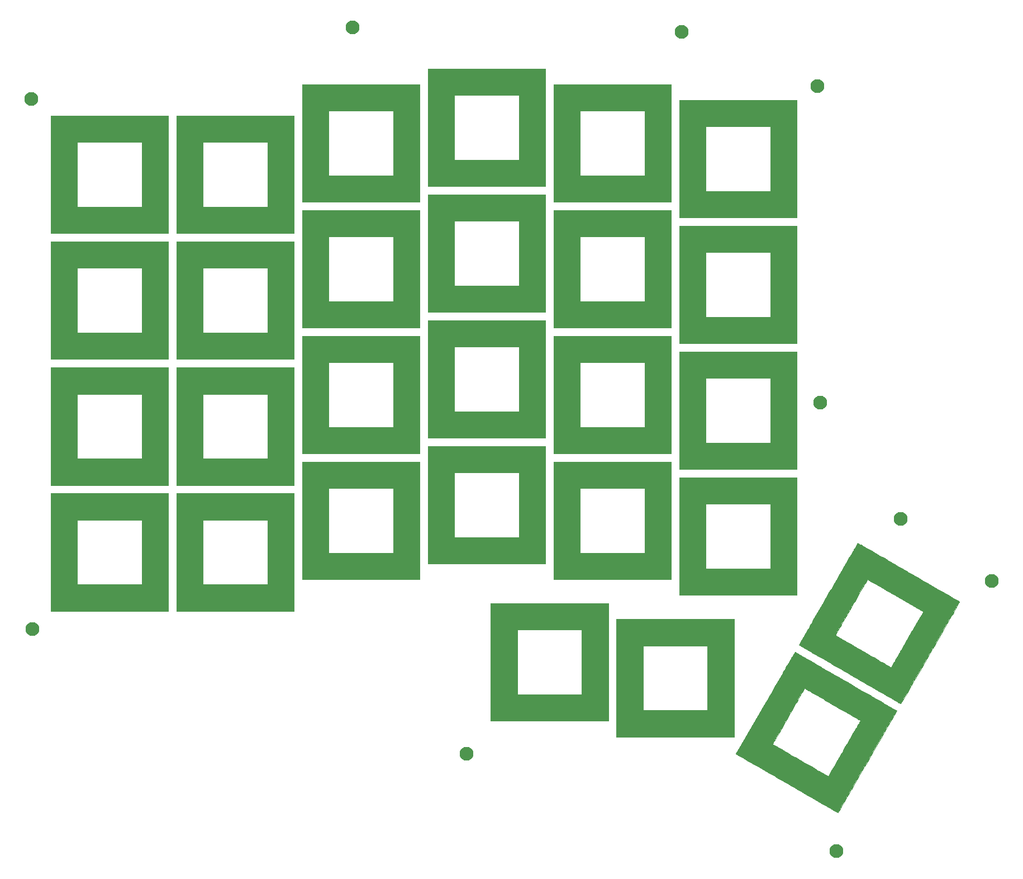
<source format=gtl>
G04 #@! TF.GenerationSoftware,KiCad,Pcbnew,(5.1.10)-1*
G04 #@! TF.CreationDate,2021-05-12T20:45:37+09:00*
G04 #@! TF.ProjectId,iris-switch-plate-choc-svg2shenzhen,69726973-2d73-4776-9974-63682d706c61,rev?*
G04 #@! TF.SameCoordinates,Original*
G04 #@! TF.FileFunction,Copper,L1,Top*
G04 #@! TF.FilePolarity,Positive*
%FSLAX46Y46*%
G04 Gerber Fmt 4.6, Leading zero omitted, Abs format (unit mm)*
G04 Created by KiCad (PCBNEW (5.1.10)-1) date 2021-05-12 20:45:37*
%MOMM*%
%LPD*%
G01*
G04 APERTURE LIST*
G04 #@! TA.AperFunction,EtchedComponent*
%ADD10C,0.010000*%
G04 #@! TD*
G04 #@! TA.AperFunction,ComponentPad*
%ADD11C,2.099730*%
G04 #@! TD*
G04 APERTURE END LIST*
D10*
G36*
X179450216Y-124453640D02*
G01*
X179504860Y-124484405D01*
X179593231Y-124534662D01*
X179713865Y-124603567D01*
X179865301Y-124690277D01*
X180046074Y-124793947D01*
X180254721Y-124913733D01*
X180489780Y-125048790D01*
X180749787Y-125198274D01*
X181033278Y-125361342D01*
X181338791Y-125537148D01*
X181664863Y-125724849D01*
X182010029Y-125923600D01*
X182372829Y-126132557D01*
X182751797Y-126350877D01*
X183145471Y-126577713D01*
X183552387Y-126812224D01*
X183971083Y-127053563D01*
X184400096Y-127300887D01*
X184837961Y-127553352D01*
X185283217Y-127810114D01*
X185734399Y-128070328D01*
X186190045Y-128333149D01*
X186648692Y-128597735D01*
X187108875Y-128863240D01*
X187569133Y-129128820D01*
X188028002Y-129393631D01*
X188484019Y-129656829D01*
X188935721Y-129917570D01*
X189381643Y-130175009D01*
X189820325Y-130428302D01*
X190250301Y-130676605D01*
X190670109Y-130919073D01*
X191078286Y-131154863D01*
X191473369Y-131383130D01*
X191853894Y-131603030D01*
X192218399Y-131813718D01*
X192565420Y-132014351D01*
X192893493Y-132204084D01*
X193201157Y-132382074D01*
X193486947Y-132547474D01*
X193749400Y-132699443D01*
X193987054Y-132837134D01*
X194198445Y-132959705D01*
X194382110Y-133066310D01*
X194536586Y-133156106D01*
X194660409Y-133228248D01*
X194752117Y-133281892D01*
X194810246Y-133316194D01*
X194833333Y-133330310D01*
X194833634Y-133330554D01*
X194824139Y-133349590D01*
X194794300Y-133403816D01*
X194744960Y-133491772D01*
X194676960Y-133611997D01*
X194591142Y-133763031D01*
X194488348Y-133943413D01*
X194369420Y-134151681D01*
X194235201Y-134386377D01*
X194086530Y-134646039D01*
X193924252Y-134929206D01*
X193749207Y-135234417D01*
X193562237Y-135560213D01*
X193364185Y-135905133D01*
X193155892Y-136267716D01*
X192938199Y-136646501D01*
X192711950Y-137040028D01*
X192477986Y-137446836D01*
X192237148Y-137865464D01*
X191990279Y-138294452D01*
X191738221Y-138732340D01*
X191481815Y-139177667D01*
X191221903Y-139628971D01*
X190959327Y-140084793D01*
X190694929Y-140543672D01*
X190429551Y-141004147D01*
X190164035Y-141464758D01*
X189899223Y-141924043D01*
X189635956Y-142380544D01*
X189375077Y-142832798D01*
X189117427Y-143279345D01*
X188863848Y-143718724D01*
X188615183Y-144149476D01*
X188372272Y-144570139D01*
X188135958Y-144979253D01*
X187907083Y-145375357D01*
X187686489Y-145756990D01*
X187475017Y-146122692D01*
X187273510Y-146471003D01*
X187082809Y-146800461D01*
X186903756Y-147109607D01*
X186737193Y-147396978D01*
X186583963Y-147661116D01*
X186444906Y-147900559D01*
X186320864Y-148113846D01*
X186212681Y-148299517D01*
X186121197Y-148456112D01*
X186047254Y-148582170D01*
X185991695Y-148676229D01*
X185955361Y-148736831D01*
X185939094Y-148762513D01*
X185938303Y-148763333D01*
X185919321Y-148752862D01*
X185864890Y-148721913D01*
X185776216Y-148671182D01*
X185654509Y-148601366D01*
X185500976Y-148513161D01*
X185316823Y-148407262D01*
X185103261Y-148284368D01*
X184861495Y-148145173D01*
X184592734Y-147990373D01*
X184298186Y-147820667D01*
X183979058Y-147636748D01*
X183636559Y-147439314D01*
X183271895Y-147229062D01*
X182886275Y-147006686D01*
X182480907Y-146772885D01*
X182056998Y-146528353D01*
X181615756Y-146273787D01*
X181158389Y-146009883D01*
X180686105Y-145737339D01*
X180200111Y-145456849D01*
X179701615Y-145169110D01*
X179191825Y-144874819D01*
X178671949Y-144574671D01*
X178327652Y-144375875D01*
X177800836Y-144071682D01*
X177282888Y-143772611D01*
X176775037Y-143479370D01*
X176278512Y-143192671D01*
X175794541Y-142913221D01*
X175324354Y-142641730D01*
X174869179Y-142378909D01*
X174430245Y-142125466D01*
X174008780Y-141882111D01*
X173606014Y-141649554D01*
X173223175Y-141428503D01*
X172861492Y-141219669D01*
X172522194Y-141023761D01*
X172206509Y-140841488D01*
X171915667Y-140673560D01*
X171650895Y-140520687D01*
X171413424Y-140383577D01*
X171204481Y-140262941D01*
X171025295Y-140159487D01*
X170877096Y-140073926D01*
X170761112Y-140006966D01*
X170678571Y-139959318D01*
X170630703Y-139931691D01*
X170618992Y-139924937D01*
X170508733Y-139861456D01*
X171355388Y-138394567D01*
X176026683Y-138394567D01*
X176026695Y-138394588D01*
X176046414Y-138406601D01*
X176100877Y-138438649D01*
X176188156Y-138489616D01*
X176306326Y-138558386D01*
X176453458Y-138643844D01*
X176627626Y-138744874D01*
X176826904Y-138860359D01*
X177049363Y-138989184D01*
X177293078Y-139130233D01*
X177556121Y-139282390D01*
X177836565Y-139444539D01*
X178132483Y-139615564D01*
X178441949Y-139794349D01*
X178763036Y-139979778D01*
X179058334Y-140150256D01*
X179411023Y-140353840D01*
X179767651Y-140559713D01*
X180125149Y-140766102D01*
X180480448Y-140971234D01*
X180830479Y-141173338D01*
X181172174Y-141370641D01*
X181502464Y-141561372D01*
X181818280Y-141743758D01*
X182116554Y-141916027D01*
X182394217Y-142076407D01*
X182648201Y-142223126D01*
X182875436Y-142354412D01*
X183072855Y-142468493D01*
X183237388Y-142563596D01*
X183270500Y-142582740D01*
X184466417Y-143274206D01*
X184501464Y-143219478D01*
X184515188Y-143196256D01*
X184549111Y-143138024D01*
X184602275Y-143046438D01*
X184673721Y-142923155D01*
X184762493Y-142769831D01*
X184867632Y-142588125D01*
X184988180Y-142379692D01*
X185123181Y-142146190D01*
X185271677Y-141889275D01*
X185432709Y-141610606D01*
X185605321Y-141311838D01*
X185788554Y-140994628D01*
X185981451Y-140660635D01*
X186183055Y-140311513D01*
X186392406Y-139948922D01*
X186608549Y-139574517D01*
X186830525Y-139189955D01*
X186940922Y-138998679D01*
X187164985Y-138610385D01*
X187383401Y-138231745D01*
X187595232Y-137864394D01*
X187799535Y-137509970D01*
X187995371Y-137170106D01*
X188181799Y-136846438D01*
X188357879Y-136540603D01*
X188522670Y-136254235D01*
X188675232Y-135988971D01*
X188814623Y-135746446D01*
X188939904Y-135528295D01*
X189050134Y-135336153D01*
X189144372Y-135171658D01*
X189221679Y-135036443D01*
X189281113Y-134932146D01*
X189321733Y-134860400D01*
X189342600Y-134822843D01*
X189345334Y-134817379D01*
X189327333Y-134805706D01*
X189274645Y-134774049D01*
X189189240Y-134723549D01*
X189073090Y-134655344D01*
X188928164Y-134570575D01*
X188756434Y-134470379D01*
X188559871Y-134355898D01*
X188340445Y-134228269D01*
X188100127Y-134088632D01*
X187840888Y-133938127D01*
X187564699Y-133777893D01*
X187273530Y-133609070D01*
X186969352Y-133432796D01*
X186654137Y-133250210D01*
X186329854Y-133062453D01*
X185998475Y-132870664D01*
X185661971Y-132675982D01*
X185322311Y-132479545D01*
X184981468Y-132282495D01*
X184641411Y-132085969D01*
X184304112Y-131891108D01*
X183971542Y-131699050D01*
X183645670Y-131510935D01*
X183328469Y-131327902D01*
X183021908Y-131151090D01*
X182727959Y-130981640D01*
X182448592Y-130820690D01*
X182185778Y-130669379D01*
X181941488Y-130528847D01*
X181717693Y-130400233D01*
X181516363Y-130284677D01*
X181339469Y-130183318D01*
X181188983Y-130097295D01*
X181066874Y-130027747D01*
X180975114Y-129975814D01*
X180915674Y-129942636D01*
X180890523Y-129929351D01*
X180889788Y-129929161D01*
X180875023Y-129952585D01*
X180840541Y-130010455D01*
X180787478Y-130100797D01*
X180716968Y-130221637D01*
X180630146Y-130370999D01*
X180528145Y-130546910D01*
X180412100Y-130747395D01*
X180283145Y-130970479D01*
X180142415Y-131214187D01*
X179991044Y-131476545D01*
X179830167Y-131755578D01*
X179660917Y-132049312D01*
X179484430Y-132355771D01*
X179301839Y-132672982D01*
X179114278Y-132998970D01*
X178922883Y-133331760D01*
X178728788Y-133669377D01*
X178533126Y-134009847D01*
X178337033Y-134351195D01*
X178141642Y-134691447D01*
X177948088Y-135028628D01*
X177757506Y-135360763D01*
X177571029Y-135685878D01*
X177389792Y-136001998D01*
X177214929Y-136307148D01*
X177047576Y-136599355D01*
X176888865Y-136876642D01*
X176739931Y-137137036D01*
X176601910Y-137378562D01*
X176475934Y-137599246D01*
X176363139Y-137797112D01*
X176264659Y-137970186D01*
X176181628Y-138116494D01*
X176115181Y-138234060D01*
X176066451Y-138320911D01*
X176036574Y-138375071D01*
X176026683Y-138394567D01*
X171355388Y-138394567D01*
X174958158Y-132152525D01*
X175263920Y-131622866D01*
X175564393Y-131102553D01*
X175858883Y-130592783D01*
X176146695Y-130094753D01*
X176427134Y-129609662D01*
X176699506Y-129138706D01*
X176963116Y-128683083D01*
X177217269Y-128243991D01*
X177461270Y-127822627D01*
X177694426Y-127420188D01*
X177916040Y-127037872D01*
X178125419Y-126676876D01*
X178321868Y-126338398D01*
X178504691Y-126023636D01*
X178673195Y-125733786D01*
X178826685Y-125470046D01*
X178964465Y-125233613D01*
X179085841Y-125025686D01*
X179190119Y-124847461D01*
X179276603Y-124700136D01*
X179344600Y-124584909D01*
X179393413Y-124502976D01*
X179422350Y-124455536D01*
X179430762Y-124443213D01*
X179450216Y-124453640D01*
G37*
X179450216Y-124453640D02*
X179504860Y-124484405D01*
X179593231Y-124534662D01*
X179713865Y-124603567D01*
X179865301Y-124690277D01*
X180046074Y-124793947D01*
X180254721Y-124913733D01*
X180489780Y-125048790D01*
X180749787Y-125198274D01*
X181033278Y-125361342D01*
X181338791Y-125537148D01*
X181664863Y-125724849D01*
X182010029Y-125923600D01*
X182372829Y-126132557D01*
X182751797Y-126350877D01*
X183145471Y-126577713D01*
X183552387Y-126812224D01*
X183971083Y-127053563D01*
X184400096Y-127300887D01*
X184837961Y-127553352D01*
X185283217Y-127810114D01*
X185734399Y-128070328D01*
X186190045Y-128333149D01*
X186648692Y-128597735D01*
X187108875Y-128863240D01*
X187569133Y-129128820D01*
X188028002Y-129393631D01*
X188484019Y-129656829D01*
X188935721Y-129917570D01*
X189381643Y-130175009D01*
X189820325Y-130428302D01*
X190250301Y-130676605D01*
X190670109Y-130919073D01*
X191078286Y-131154863D01*
X191473369Y-131383130D01*
X191853894Y-131603030D01*
X192218399Y-131813718D01*
X192565420Y-132014351D01*
X192893493Y-132204084D01*
X193201157Y-132382074D01*
X193486947Y-132547474D01*
X193749400Y-132699443D01*
X193987054Y-132837134D01*
X194198445Y-132959705D01*
X194382110Y-133066310D01*
X194536586Y-133156106D01*
X194660409Y-133228248D01*
X194752117Y-133281892D01*
X194810246Y-133316194D01*
X194833333Y-133330310D01*
X194833634Y-133330554D01*
X194824139Y-133349590D01*
X194794300Y-133403816D01*
X194744960Y-133491772D01*
X194676960Y-133611997D01*
X194591142Y-133763031D01*
X194488348Y-133943413D01*
X194369420Y-134151681D01*
X194235201Y-134386377D01*
X194086530Y-134646039D01*
X193924252Y-134929206D01*
X193749207Y-135234417D01*
X193562237Y-135560213D01*
X193364185Y-135905133D01*
X193155892Y-136267716D01*
X192938199Y-136646501D01*
X192711950Y-137040028D01*
X192477986Y-137446836D01*
X192237148Y-137865464D01*
X191990279Y-138294452D01*
X191738221Y-138732340D01*
X191481815Y-139177667D01*
X191221903Y-139628971D01*
X190959327Y-140084793D01*
X190694929Y-140543672D01*
X190429551Y-141004147D01*
X190164035Y-141464758D01*
X189899223Y-141924043D01*
X189635956Y-142380544D01*
X189375077Y-142832798D01*
X189117427Y-143279345D01*
X188863848Y-143718724D01*
X188615183Y-144149476D01*
X188372272Y-144570139D01*
X188135958Y-144979253D01*
X187907083Y-145375357D01*
X187686489Y-145756990D01*
X187475017Y-146122692D01*
X187273510Y-146471003D01*
X187082809Y-146800461D01*
X186903756Y-147109607D01*
X186737193Y-147396978D01*
X186583963Y-147661116D01*
X186444906Y-147900559D01*
X186320864Y-148113846D01*
X186212681Y-148299517D01*
X186121197Y-148456112D01*
X186047254Y-148582170D01*
X185991695Y-148676229D01*
X185955361Y-148736831D01*
X185939094Y-148762513D01*
X185938303Y-148763333D01*
X185919321Y-148752862D01*
X185864890Y-148721913D01*
X185776216Y-148671182D01*
X185654509Y-148601366D01*
X185500976Y-148513161D01*
X185316823Y-148407262D01*
X185103261Y-148284368D01*
X184861495Y-148145173D01*
X184592734Y-147990373D01*
X184298186Y-147820667D01*
X183979058Y-147636748D01*
X183636559Y-147439314D01*
X183271895Y-147229062D01*
X182886275Y-147006686D01*
X182480907Y-146772885D01*
X182056998Y-146528353D01*
X181615756Y-146273787D01*
X181158389Y-146009883D01*
X180686105Y-145737339D01*
X180200111Y-145456849D01*
X179701615Y-145169110D01*
X179191825Y-144874819D01*
X178671949Y-144574671D01*
X178327652Y-144375875D01*
X177800836Y-144071682D01*
X177282888Y-143772611D01*
X176775037Y-143479370D01*
X176278512Y-143192671D01*
X175794541Y-142913221D01*
X175324354Y-142641730D01*
X174869179Y-142378909D01*
X174430245Y-142125466D01*
X174008780Y-141882111D01*
X173606014Y-141649554D01*
X173223175Y-141428503D01*
X172861492Y-141219669D01*
X172522194Y-141023761D01*
X172206509Y-140841488D01*
X171915667Y-140673560D01*
X171650895Y-140520687D01*
X171413424Y-140383577D01*
X171204481Y-140262941D01*
X171025295Y-140159487D01*
X170877096Y-140073926D01*
X170761112Y-140006966D01*
X170678571Y-139959318D01*
X170630703Y-139931691D01*
X170618992Y-139924937D01*
X170508733Y-139861456D01*
X171355388Y-138394567D01*
X176026683Y-138394567D01*
X176026695Y-138394588D01*
X176046414Y-138406601D01*
X176100877Y-138438649D01*
X176188156Y-138489616D01*
X176306326Y-138558386D01*
X176453458Y-138643844D01*
X176627626Y-138744874D01*
X176826904Y-138860359D01*
X177049363Y-138989184D01*
X177293078Y-139130233D01*
X177556121Y-139282390D01*
X177836565Y-139444539D01*
X178132483Y-139615564D01*
X178441949Y-139794349D01*
X178763036Y-139979778D01*
X179058334Y-140150256D01*
X179411023Y-140353840D01*
X179767651Y-140559713D01*
X180125149Y-140766102D01*
X180480448Y-140971234D01*
X180830479Y-141173338D01*
X181172174Y-141370641D01*
X181502464Y-141561372D01*
X181818280Y-141743758D01*
X182116554Y-141916027D01*
X182394217Y-142076407D01*
X182648201Y-142223126D01*
X182875436Y-142354412D01*
X183072855Y-142468493D01*
X183237388Y-142563596D01*
X183270500Y-142582740D01*
X184466417Y-143274206D01*
X184501464Y-143219478D01*
X184515188Y-143196256D01*
X184549111Y-143138024D01*
X184602275Y-143046438D01*
X184673721Y-142923155D01*
X184762493Y-142769831D01*
X184867632Y-142588125D01*
X184988180Y-142379692D01*
X185123181Y-142146190D01*
X185271677Y-141889275D01*
X185432709Y-141610606D01*
X185605321Y-141311838D01*
X185788554Y-140994628D01*
X185981451Y-140660635D01*
X186183055Y-140311513D01*
X186392406Y-139948922D01*
X186608549Y-139574517D01*
X186830525Y-139189955D01*
X186940922Y-138998679D01*
X187164985Y-138610385D01*
X187383401Y-138231745D01*
X187595232Y-137864394D01*
X187799535Y-137509970D01*
X187995371Y-137170106D01*
X188181799Y-136846438D01*
X188357879Y-136540603D01*
X188522670Y-136254235D01*
X188675232Y-135988971D01*
X188814623Y-135746446D01*
X188939904Y-135528295D01*
X189050134Y-135336153D01*
X189144372Y-135171658D01*
X189221679Y-135036443D01*
X189281113Y-134932146D01*
X189321733Y-134860400D01*
X189342600Y-134822843D01*
X189345334Y-134817379D01*
X189327333Y-134805706D01*
X189274645Y-134774049D01*
X189189240Y-134723549D01*
X189073090Y-134655344D01*
X188928164Y-134570575D01*
X188756434Y-134470379D01*
X188559871Y-134355898D01*
X188340445Y-134228269D01*
X188100127Y-134088632D01*
X187840888Y-133938127D01*
X187564699Y-133777893D01*
X187273530Y-133609070D01*
X186969352Y-133432796D01*
X186654137Y-133250210D01*
X186329854Y-133062453D01*
X185998475Y-132870664D01*
X185661971Y-132675982D01*
X185322311Y-132479545D01*
X184981468Y-132282495D01*
X184641411Y-132085969D01*
X184304112Y-131891108D01*
X183971542Y-131699050D01*
X183645670Y-131510935D01*
X183328469Y-131327902D01*
X183021908Y-131151090D01*
X182727959Y-130981640D01*
X182448592Y-130820690D01*
X182185778Y-130669379D01*
X181941488Y-130528847D01*
X181717693Y-130400233D01*
X181516363Y-130284677D01*
X181339469Y-130183318D01*
X181188983Y-130097295D01*
X181066874Y-130027747D01*
X180975114Y-129975814D01*
X180915674Y-129942636D01*
X180890523Y-129929351D01*
X180889788Y-129929161D01*
X180875023Y-129952585D01*
X180840541Y-130010455D01*
X180787478Y-130100797D01*
X180716968Y-130221637D01*
X180630146Y-130370999D01*
X180528145Y-130546910D01*
X180412100Y-130747395D01*
X180283145Y-130970479D01*
X180142415Y-131214187D01*
X179991044Y-131476545D01*
X179830167Y-131755578D01*
X179660917Y-132049312D01*
X179484430Y-132355771D01*
X179301839Y-132672982D01*
X179114278Y-132998970D01*
X178922883Y-133331760D01*
X178728788Y-133669377D01*
X178533126Y-134009847D01*
X178337033Y-134351195D01*
X178141642Y-134691447D01*
X177948088Y-135028628D01*
X177757506Y-135360763D01*
X177571029Y-135685878D01*
X177389792Y-136001998D01*
X177214929Y-136307148D01*
X177047576Y-136599355D01*
X176888865Y-136876642D01*
X176739931Y-137137036D01*
X176601910Y-137378562D01*
X176475934Y-137599246D01*
X176363139Y-137797112D01*
X176264659Y-137970186D01*
X176181628Y-138116494D01*
X176115181Y-138234060D01*
X176066451Y-138320911D01*
X176036574Y-138375071D01*
X176026683Y-138394567D01*
X171355388Y-138394567D01*
X174958158Y-132152525D01*
X175263920Y-131622866D01*
X175564393Y-131102553D01*
X175858883Y-130592783D01*
X176146695Y-130094753D01*
X176427134Y-129609662D01*
X176699506Y-129138706D01*
X176963116Y-128683083D01*
X177217269Y-128243991D01*
X177461270Y-127822627D01*
X177694426Y-127420188D01*
X177916040Y-127037872D01*
X178125419Y-126676876D01*
X178321868Y-126338398D01*
X178504691Y-126023636D01*
X178673195Y-125733786D01*
X178826685Y-125470046D01*
X178964465Y-125233613D01*
X179085841Y-125025686D01*
X179190119Y-124847461D01*
X179276603Y-124700136D01*
X179344600Y-124584909D01*
X179393413Y-124502976D01*
X179422350Y-124455536D01*
X179430762Y-124443213D01*
X179450216Y-124453640D01*
G36*
X170189500Y-137291000D02*
G01*
X152367167Y-137291000D01*
X152367167Y-123490333D01*
X156388834Y-123490333D01*
X156388834Y-133269333D01*
X166167834Y-133269333D01*
X166167834Y-123490333D01*
X156388834Y-123490333D01*
X152367167Y-123490333D01*
X152367167Y-119468666D01*
X170189500Y-119468666D01*
X170189500Y-137291000D01*
G37*
X170189500Y-137291000D02*
X152367167Y-137291000D01*
X152367167Y-123490333D01*
X156388834Y-123490333D01*
X156388834Y-133269333D01*
X166167834Y-133269333D01*
X166167834Y-123490333D01*
X156388834Y-123490333D01*
X152367167Y-123490333D01*
X152367167Y-119468666D01*
X170189500Y-119468666D01*
X170189500Y-137291000D01*
G36*
X151139500Y-134899166D02*
G01*
X133317167Y-134899166D01*
X133317167Y-121098500D01*
X137338834Y-121098500D01*
X137338834Y-130877500D01*
X147117834Y-130877500D01*
X147117834Y-121098500D01*
X137338834Y-121098500D01*
X133317167Y-121098500D01*
X133317167Y-117076833D01*
X151139500Y-117076833D01*
X151139500Y-134899166D01*
G37*
X151139500Y-134899166D02*
X133317167Y-134899166D01*
X133317167Y-121098500D01*
X137338834Y-121098500D01*
X137338834Y-130877500D01*
X147117834Y-130877500D01*
X147117834Y-121098500D01*
X137338834Y-121098500D01*
X133317167Y-121098500D01*
X133317167Y-117076833D01*
X151139500Y-117076833D01*
X151139500Y-134899166D01*
G36*
X188940690Y-107960085D02*
G01*
X188962870Y-107969567D01*
X188999478Y-107987569D01*
X189051396Y-108014592D01*
X189119501Y-108051140D01*
X189204674Y-108097716D01*
X189307793Y-108154823D01*
X189429738Y-108222964D01*
X189571388Y-108302641D01*
X189733623Y-108394359D01*
X189917322Y-108498620D01*
X190123363Y-108615926D01*
X190352628Y-108746782D01*
X190605994Y-108891689D01*
X190884341Y-109051152D01*
X191188548Y-109225673D01*
X191519495Y-109415754D01*
X191878061Y-109621900D01*
X192265125Y-109844613D01*
X192681567Y-110084396D01*
X193128266Y-110341752D01*
X193606101Y-110617185D01*
X194115952Y-110911196D01*
X194658697Y-111224290D01*
X195235217Y-111556969D01*
X195846390Y-111909736D01*
X196493095Y-112283094D01*
X196659846Y-112379375D01*
X197189292Y-112685086D01*
X197709427Y-112985435D01*
X198219053Y-113279730D01*
X198716972Y-113567276D01*
X199201985Y-113847383D01*
X199672891Y-114119356D01*
X200128494Y-114382504D01*
X200567594Y-114636133D01*
X200988991Y-114879552D01*
X201391488Y-115112067D01*
X201773886Y-115332986D01*
X202134985Y-115541615D01*
X202473586Y-115737263D01*
X202788492Y-115919237D01*
X203078502Y-116086844D01*
X203342419Y-116239391D01*
X203579043Y-116376186D01*
X203787176Y-116496536D01*
X203965618Y-116599748D01*
X204113171Y-116685130D01*
X204228636Y-116751989D01*
X204310814Y-116799633D01*
X204358506Y-116827368D01*
X204371038Y-116834767D01*
X204361184Y-116853413D01*
X204330985Y-116907251D01*
X204281283Y-116994819D01*
X204212922Y-117114659D01*
X204126742Y-117265312D01*
X204023587Y-117445318D01*
X203904298Y-117653217D01*
X203769717Y-117887550D01*
X203620687Y-118146858D01*
X203458051Y-118429681D01*
X203282649Y-118734561D01*
X203095325Y-119060036D01*
X202896921Y-119404649D01*
X202688278Y-119766939D01*
X202470239Y-120145448D01*
X202243647Y-120538715D01*
X202009343Y-120945281D01*
X201768169Y-121363687D01*
X201520969Y-121792474D01*
X201268583Y-122230182D01*
X201011855Y-122675352D01*
X200751626Y-123126523D01*
X200488739Y-123582238D01*
X200224035Y-124041036D01*
X199958358Y-124501458D01*
X199692549Y-124962044D01*
X199427450Y-125421336D01*
X199163904Y-125877873D01*
X198902753Y-126330196D01*
X198644839Y-126776846D01*
X198391004Y-127216364D01*
X198142091Y-127647289D01*
X197898942Y-128068164D01*
X197662398Y-128477527D01*
X197433302Y-128873920D01*
X197212497Y-129255883D01*
X197000824Y-129621957D01*
X196799126Y-129970683D01*
X196608245Y-130300600D01*
X196429022Y-130610251D01*
X196262302Y-130898174D01*
X196108924Y-131162911D01*
X195969733Y-131403003D01*
X195845569Y-131616989D01*
X195737275Y-131803411D01*
X195645694Y-131960809D01*
X195571667Y-132087724D01*
X195516037Y-132182695D01*
X195479646Y-132244265D01*
X195463336Y-132270973D01*
X195462500Y-132272033D01*
X195443640Y-132261459D01*
X195389327Y-132230396D01*
X195300759Y-132179535D01*
X195179136Y-132109568D01*
X195025657Y-132021188D01*
X194841521Y-131915087D01*
X194627928Y-131791956D01*
X194386077Y-131652489D01*
X194117167Y-131497378D01*
X193822397Y-131327313D01*
X193502967Y-131142989D01*
X193160076Y-130945096D01*
X192794923Y-130734327D01*
X192408708Y-130511374D01*
X192002629Y-130276930D01*
X191577886Y-130031686D01*
X191135678Y-129776334D01*
X190677204Y-129511568D01*
X190203664Y-129238078D01*
X189716257Y-128956558D01*
X189216182Y-128667698D01*
X188704639Y-128372192D01*
X188182826Y-128070732D01*
X187752773Y-127822267D01*
X187223523Y-127516432D01*
X186703614Y-127215900D01*
X186194244Y-126921365D01*
X185696611Y-126633522D01*
X185211913Y-126353068D01*
X184741347Y-126080696D01*
X184286111Y-125817103D01*
X183847404Y-125562984D01*
X183426423Y-125319034D01*
X183024365Y-125085948D01*
X182642430Y-124864422D01*
X182281813Y-124655150D01*
X181943714Y-124458829D01*
X181629330Y-124276153D01*
X181339859Y-124107818D01*
X181076499Y-123954519D01*
X180840447Y-123816951D01*
X180632901Y-123695809D01*
X180455060Y-123591789D01*
X180308121Y-123505586D01*
X180193281Y-123437896D01*
X180111739Y-123389413D01*
X180064693Y-123360833D01*
X180052695Y-123352750D01*
X180063081Y-123333275D01*
X180093801Y-123278608D01*
X180144010Y-123190213D01*
X180212863Y-123069555D01*
X180299517Y-122918095D01*
X180403126Y-122737299D01*
X180522847Y-122528630D01*
X180657836Y-122293552D01*
X180807248Y-122033529D01*
X180884970Y-121898338D01*
X185548976Y-121898338D01*
X185568724Y-121909493D01*
X185623484Y-121940909D01*
X185711627Y-121991646D01*
X185831524Y-122060761D01*
X185981547Y-122147313D01*
X186160066Y-122250361D01*
X186365452Y-122368965D01*
X186596077Y-122502182D01*
X186850311Y-122649072D01*
X187126525Y-122808693D01*
X187423091Y-122980104D01*
X187738379Y-123162364D01*
X188070761Y-123354532D01*
X188418608Y-123555665D01*
X188780290Y-123764824D01*
X189154178Y-123981067D01*
X189538645Y-124203453D01*
X189768667Y-124336515D01*
X190158534Y-124561990D01*
X190538782Y-124781779D01*
X190907784Y-124994947D01*
X191263911Y-125200557D01*
X191605535Y-125397673D01*
X191931027Y-125585358D01*
X192238759Y-125762676D01*
X192527102Y-125928691D01*
X192794429Y-126082466D01*
X193039112Y-126223065D01*
X193259521Y-126349552D01*
X193454028Y-126460989D01*
X193621006Y-126556441D01*
X193758825Y-126634972D01*
X193865858Y-126695645D01*
X193940476Y-126737523D01*
X193981051Y-126759670D01*
X193988362Y-126763104D01*
X194000964Y-126744622D01*
X194033437Y-126691605D01*
X194084524Y-126606206D01*
X194152969Y-126490574D01*
X194237517Y-126346861D01*
X194336912Y-126177217D01*
X194449897Y-125983793D01*
X194575217Y-125768741D01*
X194711616Y-125534210D01*
X194857839Y-125282353D01*
X195012628Y-125015319D01*
X195174728Y-124735260D01*
X195342883Y-124444327D01*
X195393069Y-124357420D01*
X195588085Y-124019639D01*
X195793886Y-123663177D01*
X196007600Y-123293008D01*
X196226355Y-122914105D01*
X196447281Y-122531442D01*
X196667505Y-122149994D01*
X196884156Y-121774734D01*
X197094361Y-121410637D01*
X197295250Y-121062676D01*
X197483951Y-120735826D01*
X197657592Y-120435059D01*
X197813301Y-120165351D01*
X197831589Y-120133674D01*
X198883515Y-118311598D01*
X194672157Y-115879174D01*
X194281641Y-115653651D01*
X193900702Y-115433725D01*
X193530970Y-115220336D01*
X193174077Y-115014421D01*
X192831652Y-114816920D01*
X192505327Y-114628772D01*
X192196733Y-114450915D01*
X191907500Y-114284289D01*
X191639259Y-114129832D01*
X191393640Y-113988483D01*
X191172275Y-113861180D01*
X190976795Y-113748864D01*
X190808830Y-113652472D01*
X190670010Y-113572944D01*
X190561967Y-113511219D01*
X190486332Y-113468234D01*
X190444734Y-113444930D01*
X190436787Y-113440783D01*
X190424149Y-113458217D01*
X190391598Y-113510353D01*
X190340272Y-113595219D01*
X190271310Y-113710849D01*
X190185848Y-113855272D01*
X190085026Y-114026520D01*
X189969980Y-114222623D01*
X189841849Y-114441613D01*
X189701771Y-114681521D01*
X189550884Y-114940377D01*
X189390325Y-115216213D01*
X189221233Y-115507059D01*
X189044745Y-115810948D01*
X188862000Y-116125909D01*
X188674135Y-116449973D01*
X188482288Y-116781173D01*
X188287597Y-117117537D01*
X188091201Y-117457099D01*
X187894236Y-117797888D01*
X187697842Y-118137936D01*
X187503155Y-118475274D01*
X187311314Y-118807932D01*
X187123457Y-119133942D01*
X186940722Y-119451335D01*
X186764246Y-119758142D01*
X186595168Y-120052393D01*
X186434625Y-120332120D01*
X186283756Y-120595353D01*
X186143698Y-120840124D01*
X186015589Y-121064464D01*
X185900567Y-121266404D01*
X185799770Y-121443974D01*
X185714337Y-121595206D01*
X185645404Y-121718131D01*
X185594111Y-121810780D01*
X185561594Y-121871183D01*
X185548991Y-121897372D01*
X185548976Y-121898338D01*
X180884970Y-121898338D01*
X180970238Y-121750024D01*
X181145963Y-121444500D01*
X181333578Y-121118423D01*
X181532239Y-120773255D01*
X181741102Y-120410461D01*
X181959322Y-120031504D01*
X182186055Y-119637848D01*
X182420457Y-119230956D01*
X182661683Y-118812293D01*
X182908889Y-118383322D01*
X183161231Y-117945507D01*
X183417864Y-117500311D01*
X183677945Y-117049199D01*
X183940629Y-116593634D01*
X184205071Y-116135080D01*
X184470427Y-115675001D01*
X184735854Y-115214860D01*
X185000506Y-114756122D01*
X185263539Y-114300249D01*
X185524110Y-113848706D01*
X185781374Y-113402957D01*
X186034486Y-112964465D01*
X186282602Y-112534694D01*
X186524878Y-112115108D01*
X186760470Y-111707170D01*
X186988533Y-111312345D01*
X187208223Y-110932096D01*
X187418696Y-110567886D01*
X187619107Y-110221180D01*
X187808613Y-109893442D01*
X187986368Y-109586134D01*
X188151529Y-109300721D01*
X188303251Y-109038667D01*
X188440690Y-108801436D01*
X188563001Y-108590490D01*
X188669341Y-108407294D01*
X188758865Y-108253312D01*
X188830729Y-108130008D01*
X188884088Y-108038844D01*
X188918098Y-107981286D01*
X188931915Y-107958796D01*
X188932061Y-107958618D01*
X188940690Y-107960085D01*
G37*
X188940690Y-107960085D02*
X188962870Y-107969567D01*
X188999478Y-107987569D01*
X189051396Y-108014592D01*
X189119501Y-108051140D01*
X189204674Y-108097716D01*
X189307793Y-108154823D01*
X189429738Y-108222964D01*
X189571388Y-108302641D01*
X189733623Y-108394359D01*
X189917322Y-108498620D01*
X190123363Y-108615926D01*
X190352628Y-108746782D01*
X190605994Y-108891689D01*
X190884341Y-109051152D01*
X191188548Y-109225673D01*
X191519495Y-109415754D01*
X191878061Y-109621900D01*
X192265125Y-109844613D01*
X192681567Y-110084396D01*
X193128266Y-110341752D01*
X193606101Y-110617185D01*
X194115952Y-110911196D01*
X194658697Y-111224290D01*
X195235217Y-111556969D01*
X195846390Y-111909736D01*
X196493095Y-112283094D01*
X196659846Y-112379375D01*
X197189292Y-112685086D01*
X197709427Y-112985435D01*
X198219053Y-113279730D01*
X198716972Y-113567276D01*
X199201985Y-113847383D01*
X199672891Y-114119356D01*
X200128494Y-114382504D01*
X200567594Y-114636133D01*
X200988991Y-114879552D01*
X201391488Y-115112067D01*
X201773886Y-115332986D01*
X202134985Y-115541615D01*
X202473586Y-115737263D01*
X202788492Y-115919237D01*
X203078502Y-116086844D01*
X203342419Y-116239391D01*
X203579043Y-116376186D01*
X203787176Y-116496536D01*
X203965618Y-116599748D01*
X204113171Y-116685130D01*
X204228636Y-116751989D01*
X204310814Y-116799633D01*
X204358506Y-116827368D01*
X204371038Y-116834767D01*
X204361184Y-116853413D01*
X204330985Y-116907251D01*
X204281283Y-116994819D01*
X204212922Y-117114659D01*
X204126742Y-117265312D01*
X204023587Y-117445318D01*
X203904298Y-117653217D01*
X203769717Y-117887550D01*
X203620687Y-118146858D01*
X203458051Y-118429681D01*
X203282649Y-118734561D01*
X203095325Y-119060036D01*
X202896921Y-119404649D01*
X202688278Y-119766939D01*
X202470239Y-120145448D01*
X202243647Y-120538715D01*
X202009343Y-120945281D01*
X201768169Y-121363687D01*
X201520969Y-121792474D01*
X201268583Y-122230182D01*
X201011855Y-122675352D01*
X200751626Y-123126523D01*
X200488739Y-123582238D01*
X200224035Y-124041036D01*
X199958358Y-124501458D01*
X199692549Y-124962044D01*
X199427450Y-125421336D01*
X199163904Y-125877873D01*
X198902753Y-126330196D01*
X198644839Y-126776846D01*
X198391004Y-127216364D01*
X198142091Y-127647289D01*
X197898942Y-128068164D01*
X197662398Y-128477527D01*
X197433302Y-128873920D01*
X197212497Y-129255883D01*
X197000824Y-129621957D01*
X196799126Y-129970683D01*
X196608245Y-130300600D01*
X196429022Y-130610251D01*
X196262302Y-130898174D01*
X196108924Y-131162911D01*
X195969733Y-131403003D01*
X195845569Y-131616989D01*
X195737275Y-131803411D01*
X195645694Y-131960809D01*
X195571667Y-132087724D01*
X195516037Y-132182695D01*
X195479646Y-132244265D01*
X195463336Y-132270973D01*
X195462500Y-132272033D01*
X195443640Y-132261459D01*
X195389327Y-132230396D01*
X195300759Y-132179535D01*
X195179136Y-132109568D01*
X195025657Y-132021188D01*
X194841521Y-131915087D01*
X194627928Y-131791956D01*
X194386077Y-131652489D01*
X194117167Y-131497378D01*
X193822397Y-131327313D01*
X193502967Y-131142989D01*
X193160076Y-130945096D01*
X192794923Y-130734327D01*
X192408708Y-130511374D01*
X192002629Y-130276930D01*
X191577886Y-130031686D01*
X191135678Y-129776334D01*
X190677204Y-129511568D01*
X190203664Y-129238078D01*
X189716257Y-128956558D01*
X189216182Y-128667698D01*
X188704639Y-128372192D01*
X188182826Y-128070732D01*
X187752773Y-127822267D01*
X187223523Y-127516432D01*
X186703614Y-127215900D01*
X186194244Y-126921365D01*
X185696611Y-126633522D01*
X185211913Y-126353068D01*
X184741347Y-126080696D01*
X184286111Y-125817103D01*
X183847404Y-125562984D01*
X183426423Y-125319034D01*
X183024365Y-125085948D01*
X182642430Y-124864422D01*
X182281813Y-124655150D01*
X181943714Y-124458829D01*
X181629330Y-124276153D01*
X181339859Y-124107818D01*
X181076499Y-123954519D01*
X180840447Y-123816951D01*
X180632901Y-123695809D01*
X180455060Y-123591789D01*
X180308121Y-123505586D01*
X180193281Y-123437896D01*
X180111739Y-123389413D01*
X180064693Y-123360833D01*
X180052695Y-123352750D01*
X180063081Y-123333275D01*
X180093801Y-123278608D01*
X180144010Y-123190213D01*
X180212863Y-123069555D01*
X180299517Y-122918095D01*
X180403126Y-122737299D01*
X180522847Y-122528630D01*
X180657836Y-122293552D01*
X180807248Y-122033529D01*
X180884970Y-121898338D01*
X185548976Y-121898338D01*
X185568724Y-121909493D01*
X185623484Y-121940909D01*
X185711627Y-121991646D01*
X185831524Y-122060761D01*
X185981547Y-122147313D01*
X186160066Y-122250361D01*
X186365452Y-122368965D01*
X186596077Y-122502182D01*
X186850311Y-122649072D01*
X187126525Y-122808693D01*
X187423091Y-122980104D01*
X187738379Y-123162364D01*
X188070761Y-123354532D01*
X188418608Y-123555665D01*
X188780290Y-123764824D01*
X189154178Y-123981067D01*
X189538645Y-124203453D01*
X189768667Y-124336515D01*
X190158534Y-124561990D01*
X190538782Y-124781779D01*
X190907784Y-124994947D01*
X191263911Y-125200557D01*
X191605535Y-125397673D01*
X191931027Y-125585358D01*
X192238759Y-125762676D01*
X192527102Y-125928691D01*
X192794429Y-126082466D01*
X193039112Y-126223065D01*
X193259521Y-126349552D01*
X193454028Y-126460989D01*
X193621006Y-126556441D01*
X193758825Y-126634972D01*
X193865858Y-126695645D01*
X193940476Y-126737523D01*
X193981051Y-126759670D01*
X193988362Y-126763104D01*
X194000964Y-126744622D01*
X194033437Y-126691605D01*
X194084524Y-126606206D01*
X194152969Y-126490574D01*
X194237517Y-126346861D01*
X194336912Y-126177217D01*
X194449897Y-125983793D01*
X194575217Y-125768741D01*
X194711616Y-125534210D01*
X194857839Y-125282353D01*
X195012628Y-125015319D01*
X195174728Y-124735260D01*
X195342883Y-124444327D01*
X195393069Y-124357420D01*
X195588085Y-124019639D01*
X195793886Y-123663177D01*
X196007600Y-123293008D01*
X196226355Y-122914105D01*
X196447281Y-122531442D01*
X196667505Y-122149994D01*
X196884156Y-121774734D01*
X197094361Y-121410637D01*
X197295250Y-121062676D01*
X197483951Y-120735826D01*
X197657592Y-120435059D01*
X197813301Y-120165351D01*
X197831589Y-120133674D01*
X198883515Y-118311598D01*
X194672157Y-115879174D01*
X194281641Y-115653651D01*
X193900702Y-115433725D01*
X193530970Y-115220336D01*
X193174077Y-115014421D01*
X192831652Y-114816920D01*
X192505327Y-114628772D01*
X192196733Y-114450915D01*
X191907500Y-114284289D01*
X191639259Y-114129832D01*
X191393640Y-113988483D01*
X191172275Y-113861180D01*
X190976795Y-113748864D01*
X190808830Y-113652472D01*
X190670010Y-113572944D01*
X190561967Y-113511219D01*
X190486332Y-113468234D01*
X190444734Y-113444930D01*
X190436787Y-113440783D01*
X190424149Y-113458217D01*
X190391598Y-113510353D01*
X190340272Y-113595219D01*
X190271310Y-113710849D01*
X190185848Y-113855272D01*
X190085026Y-114026520D01*
X189969980Y-114222623D01*
X189841849Y-114441613D01*
X189701771Y-114681521D01*
X189550884Y-114940377D01*
X189390325Y-115216213D01*
X189221233Y-115507059D01*
X189044745Y-115810948D01*
X188862000Y-116125909D01*
X188674135Y-116449973D01*
X188482288Y-116781173D01*
X188287597Y-117117537D01*
X188091201Y-117457099D01*
X187894236Y-117797888D01*
X187697842Y-118137936D01*
X187503155Y-118475274D01*
X187311314Y-118807932D01*
X187123457Y-119133942D01*
X186940722Y-119451335D01*
X186764246Y-119758142D01*
X186595168Y-120052393D01*
X186434625Y-120332120D01*
X186283756Y-120595353D01*
X186143698Y-120840124D01*
X186015589Y-121064464D01*
X185900567Y-121266404D01*
X185799770Y-121443974D01*
X185714337Y-121595206D01*
X185645404Y-121718131D01*
X185594111Y-121810780D01*
X185561594Y-121871183D01*
X185548991Y-121897372D01*
X185548976Y-121898338D01*
X180884970Y-121898338D01*
X180970238Y-121750024D01*
X181145963Y-121444500D01*
X181333578Y-121118423D01*
X181532239Y-120773255D01*
X181741102Y-120410461D01*
X181959322Y-120031504D01*
X182186055Y-119637848D01*
X182420457Y-119230956D01*
X182661683Y-118812293D01*
X182908889Y-118383322D01*
X183161231Y-117945507D01*
X183417864Y-117500311D01*
X183677945Y-117049199D01*
X183940629Y-116593634D01*
X184205071Y-116135080D01*
X184470427Y-115675001D01*
X184735854Y-115214860D01*
X185000506Y-114756122D01*
X185263539Y-114300249D01*
X185524110Y-113848706D01*
X185781374Y-113402957D01*
X186034486Y-112964465D01*
X186282602Y-112534694D01*
X186524878Y-112115108D01*
X186760470Y-111707170D01*
X186988533Y-111312345D01*
X187208223Y-110932096D01*
X187418696Y-110567886D01*
X187619107Y-110221180D01*
X187808613Y-109893442D01*
X187986368Y-109586134D01*
X188151529Y-109300721D01*
X188303251Y-109038667D01*
X188440690Y-108801436D01*
X188563001Y-108590490D01*
X188669341Y-108407294D01*
X188758865Y-108253312D01*
X188830729Y-108130008D01*
X188884088Y-108038844D01*
X188918098Y-107981286D01*
X188931915Y-107958796D01*
X188932061Y-107958618D01*
X188940690Y-107960085D01*
G36*
X84464500Y-118241000D02*
G01*
X66642167Y-118241000D01*
X66642167Y-104440333D01*
X70663834Y-104440333D01*
X70663834Y-114219333D01*
X80442834Y-114219333D01*
X80442834Y-104440333D01*
X70663834Y-104440333D01*
X66642167Y-104440333D01*
X66642167Y-100418666D01*
X84464500Y-100418666D01*
X84464500Y-118241000D01*
G37*
X84464500Y-118241000D02*
X66642167Y-118241000D01*
X66642167Y-104440333D01*
X70663834Y-104440333D01*
X70663834Y-114219333D01*
X80442834Y-114219333D01*
X80442834Y-104440333D01*
X70663834Y-104440333D01*
X66642167Y-104440333D01*
X66642167Y-100418666D01*
X84464500Y-100418666D01*
X84464500Y-118241000D01*
G36*
X103514500Y-118241000D02*
G01*
X85692167Y-118241000D01*
X85692167Y-104440333D01*
X89713834Y-104440333D01*
X89713834Y-114219333D01*
X99492834Y-114219333D01*
X99492834Y-104440333D01*
X89713834Y-104440333D01*
X85692167Y-104440333D01*
X85692167Y-100418666D01*
X103514500Y-100418666D01*
X103514500Y-118241000D01*
G37*
X103514500Y-118241000D02*
X85692167Y-118241000D01*
X85692167Y-104440333D01*
X89713834Y-104440333D01*
X89713834Y-114219333D01*
X99492834Y-114219333D01*
X99492834Y-104440333D01*
X89713834Y-104440333D01*
X85692167Y-104440333D01*
X85692167Y-100418666D01*
X103514500Y-100418666D01*
X103514500Y-118241000D01*
G36*
X179714500Y-115849166D02*
G01*
X161892167Y-115849166D01*
X161892167Y-102048500D01*
X165913834Y-102048500D01*
X165913834Y-111827500D01*
X175692834Y-111827500D01*
X175692834Y-102048500D01*
X165913834Y-102048500D01*
X161892167Y-102048500D01*
X161892167Y-98026833D01*
X179714500Y-98026833D01*
X179714500Y-115849166D01*
G37*
X179714500Y-115849166D02*
X161892167Y-115849166D01*
X161892167Y-102048500D01*
X165913834Y-102048500D01*
X165913834Y-111827500D01*
X175692834Y-111827500D01*
X175692834Y-102048500D01*
X165913834Y-102048500D01*
X161892167Y-102048500D01*
X161892167Y-98026833D01*
X179714500Y-98026833D01*
X179714500Y-115849166D01*
G36*
X122564500Y-113478500D02*
G01*
X104742167Y-113478500D01*
X104742167Y-99677833D01*
X108763834Y-99677833D01*
X108763834Y-109456833D01*
X118542834Y-109456833D01*
X118542834Y-99677833D01*
X108763834Y-99677833D01*
X104742167Y-99677833D01*
X104742167Y-95656166D01*
X122564500Y-95656166D01*
X122564500Y-113478500D01*
G37*
X122564500Y-113478500D02*
X104742167Y-113478500D01*
X104742167Y-99677833D01*
X108763834Y-99677833D01*
X108763834Y-109456833D01*
X118542834Y-109456833D01*
X118542834Y-99677833D01*
X108763834Y-99677833D01*
X104742167Y-99677833D01*
X104742167Y-95656166D01*
X122564500Y-95656166D01*
X122564500Y-113478500D01*
G36*
X160664500Y-113478500D02*
G01*
X142842167Y-113478500D01*
X142842167Y-99677833D01*
X146863834Y-99677833D01*
X146863834Y-109456833D01*
X156642834Y-109456833D01*
X156642834Y-99677833D01*
X146863834Y-99677833D01*
X142842167Y-99677833D01*
X142842167Y-95656166D01*
X160664500Y-95656166D01*
X160664500Y-113478500D01*
G37*
X160664500Y-113478500D02*
X142842167Y-113478500D01*
X142842167Y-99677833D01*
X146863834Y-99677833D01*
X146863834Y-109456833D01*
X156642834Y-109456833D01*
X156642834Y-99677833D01*
X146863834Y-99677833D01*
X142842167Y-99677833D01*
X142842167Y-95656166D01*
X160664500Y-95656166D01*
X160664500Y-113478500D01*
G36*
X141614500Y-111086666D02*
G01*
X123792167Y-111086666D01*
X123792167Y-97286000D01*
X127813834Y-97286000D01*
X127813834Y-107065000D01*
X137592834Y-107065000D01*
X137592834Y-97286000D01*
X127813834Y-97286000D01*
X123792167Y-97286000D01*
X123792167Y-93264333D01*
X141614500Y-93264333D01*
X141614500Y-111086666D01*
G37*
X141614500Y-111086666D02*
X123792167Y-111086666D01*
X123792167Y-97286000D01*
X127813834Y-97286000D01*
X127813834Y-107065000D01*
X137592834Y-107065000D01*
X137592834Y-97286000D01*
X127813834Y-97286000D01*
X123792167Y-97286000D01*
X123792167Y-93264333D01*
X141614500Y-93264333D01*
X141614500Y-111086666D01*
G36*
X84464500Y-99191000D02*
G01*
X66642167Y-99191000D01*
X66642167Y-85390333D01*
X70663834Y-85390333D01*
X70663834Y-95169333D01*
X80442834Y-95169333D01*
X80442834Y-85390333D01*
X70663834Y-85390333D01*
X66642167Y-85390333D01*
X66642167Y-81368666D01*
X84464500Y-81368666D01*
X84464500Y-99191000D01*
G37*
X84464500Y-99191000D02*
X66642167Y-99191000D01*
X66642167Y-85390333D01*
X70663834Y-85390333D01*
X70663834Y-95169333D01*
X80442834Y-95169333D01*
X80442834Y-85390333D01*
X70663834Y-85390333D01*
X66642167Y-85390333D01*
X66642167Y-81368666D01*
X84464500Y-81368666D01*
X84464500Y-99191000D01*
G36*
X103514500Y-99191000D02*
G01*
X85692167Y-99191000D01*
X85692167Y-85390333D01*
X89713834Y-85390333D01*
X89713834Y-95169333D01*
X99492834Y-95169333D01*
X99492834Y-85390333D01*
X89713834Y-85390333D01*
X85692167Y-85390333D01*
X85692167Y-81368666D01*
X103514500Y-81368666D01*
X103514500Y-99191000D01*
G37*
X103514500Y-99191000D02*
X85692167Y-99191000D01*
X85692167Y-85390333D01*
X89713834Y-85390333D01*
X89713834Y-95169333D01*
X99492834Y-95169333D01*
X99492834Y-85390333D01*
X89713834Y-85390333D01*
X85692167Y-85390333D01*
X85692167Y-81368666D01*
X103514500Y-81368666D01*
X103514500Y-99191000D01*
G36*
X179714500Y-96799166D02*
G01*
X161892167Y-96799166D01*
X161892167Y-82998500D01*
X165913834Y-82998500D01*
X165913834Y-92777500D01*
X175692834Y-92777500D01*
X175692834Y-82998500D01*
X165913834Y-82998500D01*
X161892167Y-82998500D01*
X161892167Y-78976833D01*
X179714500Y-78976833D01*
X179714500Y-96799166D01*
G37*
X179714500Y-96799166D02*
X161892167Y-96799166D01*
X161892167Y-82998500D01*
X165913834Y-82998500D01*
X165913834Y-92777500D01*
X175692834Y-92777500D01*
X175692834Y-82998500D01*
X165913834Y-82998500D01*
X161892167Y-82998500D01*
X161892167Y-78976833D01*
X179714500Y-78976833D01*
X179714500Y-96799166D01*
G36*
X122559233Y-85512041D02*
G01*
X122553917Y-94417916D01*
X113648042Y-94423233D01*
X104742167Y-94428549D01*
X104742167Y-80627833D01*
X108763834Y-80627833D01*
X108763834Y-90406833D01*
X118542834Y-90406833D01*
X118542834Y-80627833D01*
X108763834Y-80627833D01*
X104742167Y-80627833D01*
X104742167Y-76606166D01*
X122564550Y-76606166D01*
X122559233Y-85512041D01*
G37*
X122559233Y-85512041D02*
X122553917Y-94417916D01*
X113648042Y-94423233D01*
X104742167Y-94428549D01*
X104742167Y-80627833D01*
X108763834Y-80627833D01*
X108763834Y-90406833D01*
X118542834Y-90406833D01*
X118542834Y-80627833D01*
X108763834Y-80627833D01*
X104742167Y-80627833D01*
X104742167Y-76606166D01*
X122564550Y-76606166D01*
X122559233Y-85512041D01*
G36*
X160659233Y-85512041D02*
G01*
X160653917Y-94417916D01*
X151748042Y-94423233D01*
X142842167Y-94428549D01*
X142842167Y-80627833D01*
X146863834Y-80627833D01*
X146863834Y-90406833D01*
X156642834Y-90406833D01*
X156642834Y-80627833D01*
X146863834Y-80627833D01*
X142842167Y-80627833D01*
X142842167Y-76606166D01*
X160664550Y-76606166D01*
X160659233Y-85512041D01*
G37*
X160659233Y-85512041D02*
X160653917Y-94417916D01*
X151748042Y-94423233D01*
X142842167Y-94428549D01*
X142842167Y-80627833D01*
X146863834Y-80627833D01*
X146863834Y-90406833D01*
X156642834Y-90406833D01*
X156642834Y-80627833D01*
X146863834Y-80627833D01*
X142842167Y-80627833D01*
X142842167Y-76606166D01*
X160664550Y-76606166D01*
X160659233Y-85512041D01*
G36*
X141614500Y-92036666D02*
G01*
X123792167Y-92036666D01*
X123792167Y-78236000D01*
X127813834Y-78236000D01*
X127813834Y-88015000D01*
X137592834Y-88015000D01*
X137592834Y-78236000D01*
X127813834Y-78236000D01*
X123792167Y-78236000D01*
X123792167Y-74214333D01*
X141614500Y-74214333D01*
X141614500Y-92036666D01*
G37*
X141614500Y-92036666D02*
X123792167Y-92036666D01*
X123792167Y-78236000D01*
X127813834Y-78236000D01*
X127813834Y-88015000D01*
X137592834Y-88015000D01*
X137592834Y-78236000D01*
X127813834Y-78236000D01*
X123792167Y-78236000D01*
X123792167Y-74214333D01*
X141614500Y-74214333D01*
X141614500Y-92036666D01*
G36*
X84464500Y-80119833D02*
G01*
X66642167Y-80119833D01*
X66642167Y-66319166D01*
X70663834Y-66319166D01*
X70663834Y-76119333D01*
X80442834Y-76119333D01*
X80442834Y-66319166D01*
X70663834Y-66319166D01*
X66642167Y-66319166D01*
X66642167Y-62318666D01*
X84464500Y-62318666D01*
X84464500Y-80119833D01*
G37*
X84464500Y-80119833D02*
X66642167Y-80119833D01*
X66642167Y-66319166D01*
X70663834Y-66319166D01*
X70663834Y-76119333D01*
X80442834Y-76119333D01*
X80442834Y-66319166D01*
X70663834Y-66319166D01*
X66642167Y-66319166D01*
X66642167Y-62318666D01*
X84464500Y-62318666D01*
X84464500Y-80119833D01*
G36*
X103514500Y-80119833D02*
G01*
X85692167Y-80119833D01*
X85692167Y-66319166D01*
X89713834Y-66319166D01*
X89713834Y-76119333D01*
X99492834Y-76119333D01*
X99492834Y-66319166D01*
X89713834Y-66319166D01*
X85692167Y-66319166D01*
X85692167Y-62318666D01*
X103514500Y-62318666D01*
X103514500Y-80119833D01*
G37*
X103514500Y-80119833D02*
X85692167Y-80119833D01*
X85692167Y-66319166D01*
X89713834Y-66319166D01*
X89713834Y-76119333D01*
X99492834Y-76119333D01*
X99492834Y-66319166D01*
X89713834Y-66319166D01*
X85692167Y-66319166D01*
X85692167Y-62318666D01*
X103514500Y-62318666D01*
X103514500Y-80119833D01*
G36*
X179714500Y-77749166D02*
G01*
X161892167Y-77749166D01*
X161892167Y-63948500D01*
X165913834Y-63948500D01*
X165913834Y-73727500D01*
X175692834Y-73727500D01*
X175692834Y-63948500D01*
X165913834Y-63948500D01*
X161892167Y-63948500D01*
X161892167Y-59926833D01*
X179714500Y-59926833D01*
X179714500Y-77749166D01*
G37*
X179714500Y-77749166D02*
X161892167Y-77749166D01*
X161892167Y-63948500D01*
X165913834Y-63948500D01*
X165913834Y-73727500D01*
X175692834Y-73727500D01*
X175692834Y-63948500D01*
X165913834Y-63948500D01*
X161892167Y-63948500D01*
X161892167Y-59926833D01*
X179714500Y-59926833D01*
X179714500Y-77749166D01*
G36*
X122564500Y-75357333D02*
G01*
X104742167Y-75357333D01*
X104742167Y-61556666D01*
X108763834Y-61556666D01*
X108763834Y-71356833D01*
X118542834Y-71356833D01*
X118542834Y-61556666D01*
X108763834Y-61556666D01*
X104742167Y-61556666D01*
X104742167Y-57556166D01*
X122564500Y-57556166D01*
X122564500Y-75357333D01*
G37*
X122564500Y-75357333D02*
X104742167Y-75357333D01*
X104742167Y-61556666D01*
X108763834Y-61556666D01*
X108763834Y-71356833D01*
X118542834Y-71356833D01*
X118542834Y-61556666D01*
X108763834Y-61556666D01*
X104742167Y-61556666D01*
X104742167Y-57556166D01*
X122564500Y-57556166D01*
X122564500Y-75357333D01*
G36*
X160664500Y-75357333D02*
G01*
X142842167Y-75357333D01*
X142842167Y-61556666D01*
X146863834Y-61556666D01*
X146863834Y-71356833D01*
X156642834Y-71356833D01*
X156642834Y-61556666D01*
X146863834Y-61556666D01*
X142842167Y-61556666D01*
X142842167Y-57556166D01*
X160664500Y-57556166D01*
X160664500Y-75357333D01*
G37*
X160664500Y-75357333D02*
X142842167Y-75357333D01*
X142842167Y-61556666D01*
X146863834Y-61556666D01*
X146863834Y-71356833D01*
X156642834Y-71356833D01*
X156642834Y-61556666D01*
X146863834Y-61556666D01*
X142842167Y-61556666D01*
X142842167Y-57556166D01*
X160664500Y-57556166D01*
X160664500Y-75357333D01*
G36*
X141614500Y-72986666D02*
G01*
X123792167Y-72986666D01*
X123792167Y-59186000D01*
X127813834Y-59186000D01*
X127813834Y-68965000D01*
X137592834Y-68965000D01*
X137592834Y-59186000D01*
X127813834Y-59186000D01*
X123792167Y-59186000D01*
X123792167Y-55164333D01*
X141614500Y-55164333D01*
X141614500Y-72986666D01*
G37*
X141614500Y-72986666D02*
X123792167Y-72986666D01*
X123792167Y-59186000D01*
X127813834Y-59186000D01*
X127813834Y-68965000D01*
X137592834Y-68965000D01*
X137592834Y-59186000D01*
X127813834Y-59186000D01*
X123792167Y-59186000D01*
X123792167Y-55164333D01*
X141614500Y-55164333D01*
X141614500Y-72986666D01*
G36*
X84464500Y-61069833D02*
G01*
X66642167Y-61069833D01*
X66642167Y-47269166D01*
X70663834Y-47269166D01*
X70663834Y-57048166D01*
X80442834Y-57048166D01*
X80442834Y-47269166D01*
X70663834Y-47269166D01*
X66642167Y-47269166D01*
X66642167Y-43247500D01*
X84464500Y-43247500D01*
X84464500Y-61069833D01*
G37*
X84464500Y-61069833D02*
X66642167Y-61069833D01*
X66642167Y-47269166D01*
X70663834Y-47269166D01*
X70663834Y-57048166D01*
X80442834Y-57048166D01*
X80442834Y-47269166D01*
X70663834Y-47269166D01*
X66642167Y-47269166D01*
X66642167Y-43247500D01*
X84464500Y-43247500D01*
X84464500Y-61069833D01*
G36*
X103514500Y-61069833D02*
G01*
X85692167Y-61069833D01*
X85692167Y-47269166D01*
X89713834Y-47269166D01*
X89713834Y-57048166D01*
X99492834Y-57048166D01*
X99492834Y-47269166D01*
X89713834Y-47269166D01*
X85692167Y-47269166D01*
X85692167Y-43247500D01*
X103514500Y-43247500D01*
X103514500Y-61069833D01*
G37*
X103514500Y-61069833D02*
X85692167Y-61069833D01*
X85692167Y-47269166D01*
X89713834Y-47269166D01*
X89713834Y-57048166D01*
X99492834Y-57048166D01*
X99492834Y-47269166D01*
X89713834Y-47269166D01*
X85692167Y-47269166D01*
X85692167Y-43247500D01*
X103514500Y-43247500D01*
X103514500Y-61069833D01*
G36*
X179714500Y-58699166D02*
G01*
X161892167Y-58699166D01*
X161892167Y-44898500D01*
X165913834Y-44898500D01*
X165913834Y-54677500D01*
X175692834Y-54677500D01*
X175692834Y-44898500D01*
X165913834Y-44898500D01*
X161892167Y-44898500D01*
X161892167Y-40876833D01*
X179714500Y-40876833D01*
X179714500Y-58699166D01*
G37*
X179714500Y-58699166D02*
X161892167Y-58699166D01*
X161892167Y-44898500D01*
X165913834Y-44898500D01*
X165913834Y-54677500D01*
X175692834Y-54677500D01*
X175692834Y-44898500D01*
X165913834Y-44898500D01*
X161892167Y-44898500D01*
X161892167Y-40876833D01*
X179714500Y-40876833D01*
X179714500Y-58699166D01*
G36*
X113648042Y-38490266D02*
G01*
X122553917Y-38495583D01*
X122559233Y-47401458D01*
X122564550Y-56307333D01*
X104742167Y-56307333D01*
X104742167Y-42506666D01*
X108763834Y-42506666D01*
X108763834Y-52285666D01*
X118542834Y-52285666D01*
X118542834Y-42506666D01*
X108763834Y-42506666D01*
X104742167Y-42506666D01*
X104742167Y-38484950D01*
X113648042Y-38490266D01*
G37*
X113648042Y-38490266D02*
X122553917Y-38495583D01*
X122559233Y-47401458D01*
X122564550Y-56307333D01*
X104742167Y-56307333D01*
X104742167Y-42506666D01*
X108763834Y-42506666D01*
X108763834Y-52285666D01*
X118542834Y-52285666D01*
X118542834Y-42506666D01*
X108763834Y-42506666D01*
X104742167Y-42506666D01*
X104742167Y-38484950D01*
X113648042Y-38490266D01*
G36*
X151748042Y-38490266D02*
G01*
X160653917Y-38495583D01*
X160659233Y-47401458D01*
X160664550Y-56307333D01*
X142842167Y-56307333D01*
X142842167Y-42506666D01*
X146863834Y-42506666D01*
X146863834Y-52285666D01*
X156642834Y-52285666D01*
X156642834Y-42506666D01*
X146863834Y-42506666D01*
X142842167Y-42506666D01*
X142842167Y-38484950D01*
X151748042Y-38490266D01*
G37*
X151748042Y-38490266D02*
X160653917Y-38495583D01*
X160659233Y-47401458D01*
X160664550Y-56307333D01*
X142842167Y-56307333D01*
X142842167Y-42506666D01*
X146863834Y-42506666D01*
X146863834Y-52285666D01*
X156642834Y-52285666D01*
X156642834Y-42506666D01*
X146863834Y-42506666D01*
X142842167Y-42506666D01*
X142842167Y-38484950D01*
X151748042Y-38490266D01*
G36*
X141614500Y-53936666D02*
G01*
X123792167Y-53936666D01*
X123792167Y-40136000D01*
X127813834Y-40136000D01*
X127813834Y-49915000D01*
X137592834Y-49915000D01*
X137592834Y-40136000D01*
X127813834Y-40136000D01*
X123792167Y-40136000D01*
X123792167Y-36114333D01*
X141614500Y-36114333D01*
X141614500Y-53936666D01*
G37*
X141614500Y-53936666D02*
X123792167Y-53936666D01*
X123792167Y-40136000D01*
X127813834Y-40136000D01*
X127813834Y-49915000D01*
X137592834Y-49915000D01*
X137592834Y-40136000D01*
X127813834Y-40136000D01*
X123792167Y-40136000D01*
X123792167Y-36114333D01*
X141614500Y-36114333D01*
X141614500Y-53936666D01*
D11*
X63908255Y-120973030D03*
X129678976Y-139839560D03*
X185704580Y-154597290D03*
X209245050Y-113704414D03*
X182860140Y-38720915D03*
X162302760Y-30535074D03*
X112422526Y-29905013D03*
X63709641Y-40694351D03*
X195481100Y-104252815D03*
X183301110Y-86702148D03*
M02*

</source>
